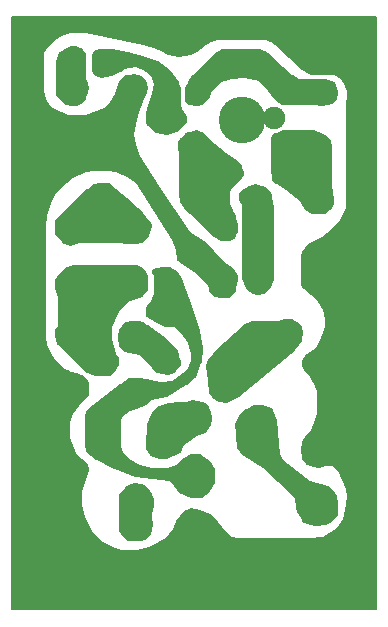
<source format=gbl>
%TF.GenerationSoftware,KiCad,Pcbnew,7.0.1-0*%
%TF.CreationDate,2023-07-16T16:48:42+03:00*%
%TF.ProjectId,HC2000-Modulator,48433230-3030-42d4-9d6f-64756c61746f,rev?*%
%TF.SameCoordinates,Original*%
%TF.FileFunction,Copper,L2,Bot*%
%TF.FilePolarity,Positive*%
%FSLAX46Y46*%
G04 Gerber Fmt 4.6, Leading zero omitted, Abs format (unit mm)*
G04 Created by KiCad (PCBNEW 7.0.1-0) date 2023-07-16 16:48:42*
%MOMM*%
%LPD*%
G01*
G04 APERTURE LIST*
%TA.AperFunction,ComponentPad*%
%ADD10C,2.000000*%
%TD*%
%TA.AperFunction,ComponentPad*%
%ADD11O,2.000000X2.000000*%
%TD*%
%TA.AperFunction,ComponentPad*%
%ADD12C,1.600000*%
%TD*%
%TA.AperFunction,ComponentPad*%
%ADD13O,1.600000X1.600000*%
%TD*%
%TA.AperFunction,ComponentPad*%
%ADD14R,1.500000X1.500000*%
%TD*%
%TA.AperFunction,ComponentPad*%
%ADD15C,1.500000*%
%TD*%
%TA.AperFunction,ComponentPad*%
%ADD16C,1.400000*%
%TD*%
%TA.AperFunction,ComponentPad*%
%ADD17O,1.400000X1.400000*%
%TD*%
%TA.AperFunction,ComponentPad*%
%ADD18C,1.524000*%
%TD*%
%TA.AperFunction,ComponentPad*%
%ADD19C,1.800000*%
%TD*%
%TA.AperFunction,ComponentPad*%
%ADD20C,2.400000*%
%TD*%
%TA.AperFunction,ComponentPad*%
%ADD21O,2.400000X2.400000*%
%TD*%
%TA.AperFunction,ComponentPad*%
%ADD22C,2.340000*%
%TD*%
%TA.AperFunction,ViaPad*%
%ADD23C,1.905000*%
%TD*%
%TA.AperFunction,ViaPad*%
%ADD24C,3.945200*%
%TD*%
%TA.AperFunction,Conductor*%
%ADD25C,0.300000*%
%TD*%
G04 APERTURE END LIST*
D10*
X271678000Y-165551000D03*
D11*
X271678000Y-179521000D03*
D12*
X266471000Y-160730000D03*
D13*
X276631000Y-160730000D03*
D14*
X268884000Y-188924000D03*
D15*
X266344000Y-186384000D03*
X268884000Y-183844000D03*
D16*
X266598000Y-181939000D03*
D17*
X271678000Y-181939000D03*
D16*
X276504000Y-174700000D03*
D17*
X276504000Y-179780000D03*
D16*
X274218000Y-168223000D03*
D17*
X274218000Y-163143000D03*
D18*
X279392956Y-174814900D03*
X283997000Y-172668000D03*
X279298000Y-184225000D03*
X279298000Y-179145000D03*
D16*
X266090000Y-191337000D03*
D17*
X271170000Y-191337000D03*
D18*
X284378000Y-160730000D03*
X279298000Y-160730000D03*
X284632000Y-167588000D03*
X284632000Y-163778000D03*
D19*
X284378000Y-186130000D03*
D14*
X281838000Y-170128000D03*
D15*
X279298000Y-172668000D03*
X276758000Y-170128000D03*
D19*
X276631000Y-186130000D03*
D18*
X274345000Y-176986000D03*
X274345000Y-173176000D03*
D20*
X281838000Y-168096000D03*
D21*
X281838000Y-163016000D03*
D10*
X263677000Y-160603000D03*
D19*
X271805000Y-186130000D03*
D18*
X281838000Y-184138705D03*
X284378000Y-179739295D03*
X268757000Y-175208000D03*
X268757000Y-179018000D03*
D14*
X274091000Y-191345000D03*
D15*
X276631000Y-188805000D03*
X279171000Y-191345000D03*
D18*
X263677000Y-175208000D03*
X263677000Y-179018000D03*
X269103778Y-197755810D03*
X271170000Y-193115000D03*
D19*
X271678000Y-163270000D03*
D18*
X266090000Y-193242000D03*
X263491586Y-196028458D03*
D16*
X279425000Y-176986000D03*
D17*
X284505000Y-176986000D03*
D10*
X269011000Y-200100000D03*
D16*
X263550000Y-184098000D03*
D17*
X263550000Y-189178000D03*
D22*
X263884000Y-163016000D03*
X266384000Y-173016000D03*
X268884000Y-163016000D03*
D18*
X280235825Y-193067468D03*
X283948175Y-193924532D03*
D22*
X274171000Y-200718000D03*
X284171000Y-198218000D03*
X274171000Y-195718000D03*
D23*
X280695000Y-165556000D03*
D24*
X278028000Y-165683000D03*
D25*
X286156000Y-181517295D02*
X286156000Y-184352000D01*
X284505000Y-176986000D02*
X284505000Y-179612295D01*
X286156000Y-184352000D02*
X284378000Y-186130000D01*
X284378000Y-179739295D02*
X286156000Y-181517295D01*
X265963000Y-203275000D02*
X271614000Y-203275000D01*
X263550000Y-189178000D02*
X262026000Y-190702000D01*
X270789000Y-172795000D02*
X271932000Y-173938000D01*
X284378000Y-160730000D02*
X286918000Y-160730000D01*
X286156000Y-191716707D02*
X283948175Y-193924532D01*
X268122000Y-163778000D02*
X268122000Y-169366000D01*
X268122000Y-169366000D02*
X270789000Y-172033000D01*
X268884000Y-163016000D02*
X268122000Y-163778000D01*
X274171000Y-200718000D02*
X276728000Y-203275000D01*
X259867000Y-159460000D02*
X259867000Y-172668000D01*
X287553000Y-200862000D02*
X287553000Y-195147000D01*
X274345000Y-177621000D02*
X274345000Y-176986000D01*
X268122000Y-169366000D02*
X263169000Y-169366000D01*
X271932000Y-174573000D02*
X274345000Y-176986000D01*
X262026000Y-190702000D02*
X262026000Y-194562872D01*
X287553000Y-195147000D02*
X286330532Y-193924532D01*
X261264000Y-158063000D02*
X259867000Y-159460000D01*
X284378000Y-160730000D02*
X281711000Y-158063000D01*
X270789000Y-172033000D02*
X270789000Y-172795000D01*
X288188000Y-162000000D02*
X288188000Y-173303000D01*
X281711000Y-158063000D02*
X261264000Y-158063000D01*
X284505000Y-179612295D02*
X284378000Y-179739295D01*
X276504000Y-179780000D02*
X274345000Y-177621000D01*
X271932000Y-173938000D02*
X271932000Y-174573000D01*
X276728000Y-203275000D02*
X285140000Y-203275000D01*
X284378000Y-186130000D02*
X286156000Y-187908000D01*
X286330532Y-193924532D02*
X283948175Y-193924532D01*
X263491586Y-200803586D02*
X265963000Y-203275000D01*
X259867000Y-172668000D02*
X259867000Y-185495000D01*
X271614000Y-203275000D02*
X274171000Y-200718000D01*
X285140000Y-203275000D02*
X287553000Y-200862000D01*
X286156000Y-187908000D02*
X286156000Y-191716707D01*
X259867000Y-185495000D02*
X263550000Y-189178000D01*
X262026000Y-194562872D02*
X263491586Y-196028458D01*
X263169000Y-169366000D02*
X259867000Y-172668000D01*
X288188000Y-173303000D02*
X284505000Y-176986000D01*
X286918000Y-160730000D02*
X288188000Y-162000000D01*
X263491586Y-196028458D02*
X263491586Y-200803586D01*
X266565000Y-173016000D02*
X266384000Y-173016000D01*
X263677000Y-175208000D02*
X268757000Y-175208000D01*
X268757000Y-175208000D02*
X266565000Y-173016000D01*
X265869000Y-173016000D02*
X266384000Y-173016000D01*
X263677000Y-175208000D02*
X265869000Y-173016000D01*
X265836000Y-186384000D02*
X266344000Y-186384000D01*
X263550000Y-179145000D02*
X263677000Y-179018000D01*
X266344000Y-182193000D02*
X266598000Y-181939000D01*
X263550000Y-184098000D02*
X265836000Y-186384000D01*
X266598000Y-181177000D02*
X266598000Y-181939000D01*
X263550000Y-184098000D02*
X263550000Y-179145000D01*
X266344000Y-186384000D02*
X266344000Y-182193000D01*
X268757000Y-179018000D02*
X263677000Y-179018000D01*
X268757000Y-179018000D02*
X266598000Y-181177000D01*
X266090000Y-191337000D02*
X266090000Y-193242000D01*
X271678000Y-179521000D02*
X271678000Y-181939000D01*
X273964000Y-186511000D02*
X271551000Y-188924000D01*
X274171000Y-195718000D02*
X269836000Y-195718000D01*
X268122000Y-195274000D02*
X266090000Y-193242000D01*
X269392000Y-195274000D02*
X268122000Y-195274000D01*
X273964000Y-184225000D02*
X273964000Y-186511000D01*
X271678000Y-181939000D02*
X273964000Y-184225000D01*
X269836000Y-195718000D02*
X269392000Y-195274000D01*
X271551000Y-188924000D02*
X268884000Y-188924000D01*
X268503000Y-188924000D02*
X266090000Y-191337000D01*
X268884000Y-188924000D02*
X268503000Y-188924000D01*
X271805000Y-186130000D02*
X269519000Y-183844000D01*
X269519000Y-183844000D02*
X268884000Y-183844000D01*
X276631000Y-186130000D02*
X278536000Y-184225000D01*
X278536000Y-184225000D02*
X279298000Y-184225000D01*
X279384295Y-184138705D02*
X279298000Y-184225000D01*
X276631000Y-188805000D02*
X276631000Y-186130000D01*
X281838000Y-184138705D02*
X279384295Y-184138705D01*
X279298000Y-174719944D02*
X279392956Y-174814900D01*
X279298000Y-179145000D02*
X279298000Y-177113000D01*
X279392956Y-176953956D02*
X279425000Y-176986000D01*
X279298000Y-177113000D02*
X279425000Y-176986000D01*
X279298000Y-172668000D02*
X279298000Y-174719944D01*
X279392956Y-174814900D02*
X279392956Y-176953956D01*
X276504000Y-174700000D02*
X276504000Y-170382000D01*
X274853000Y-168223000D02*
X274218000Y-168223000D01*
X276758000Y-170128000D02*
X274853000Y-168223000D01*
X275869000Y-174700000D02*
X274345000Y-173176000D01*
X276504000Y-174700000D02*
X275869000Y-174700000D01*
X274218000Y-168223000D02*
X274218000Y-173049000D01*
X274218000Y-173049000D02*
X274345000Y-173176000D01*
X276504000Y-170382000D02*
X276758000Y-170128000D01*
X281838000Y-168096000D02*
X284124000Y-168096000D01*
X284632000Y-167588000D02*
X284632000Y-172033000D01*
X284632000Y-172033000D02*
X283997000Y-172668000D01*
X284124000Y-168096000D02*
X284632000Y-167588000D01*
X281838000Y-168096000D02*
X281838000Y-170128000D01*
X281838000Y-170509000D02*
X281838000Y-170128000D01*
X283997000Y-172668000D02*
X281838000Y-170509000D01*
X274218000Y-163143000D02*
X276631000Y-160730000D01*
X279298000Y-160730000D02*
X281584000Y-163016000D01*
X281838000Y-163016000D02*
X283870001Y-163016001D01*
X281584000Y-163016000D02*
X281838000Y-163016000D01*
X283870001Y-163016001D02*
X284632000Y-163778000D01*
X276631000Y-160730000D02*
X279298000Y-160730000D01*
X271170000Y-161492000D02*
X271678000Y-162000000D01*
X271678000Y-163270000D02*
X271678000Y-165551000D01*
X266471000Y-160730000D02*
X269773000Y-160730000D01*
X269773000Y-160730000D02*
X270535000Y-161492000D01*
X271678000Y-162000000D02*
X271678000Y-163270000D01*
X270535000Y-161492000D02*
X271170000Y-161492000D01*
X279171000Y-192002643D02*
X280235825Y-193067468D01*
X280235825Y-194282825D02*
X284171000Y-198218000D01*
X279171000Y-191345000D02*
X279171000Y-192002643D01*
X280235825Y-193067468D02*
X280235825Y-194282825D01*
X274091000Y-191345000D02*
X271178000Y-191345000D01*
X271178000Y-191345000D02*
X271170000Y-191337000D01*
X271170000Y-191337000D02*
X271170000Y-193115000D01*
X269103778Y-197755810D02*
X269103778Y-200007222D01*
X269103778Y-200007222D02*
X269011000Y-200100000D01*
X263677000Y-162809000D02*
X263884000Y-163016000D01*
X263677000Y-160603000D02*
X263677000Y-162809000D01*
%TA.AperFunction,Conductor*%
G36*
X289395500Y-156937113D02*
G01*
X289440887Y-156982500D01*
X289457500Y-157044500D01*
X289457500Y-207087500D01*
X289440887Y-207149500D01*
X289395500Y-207194887D01*
X289333500Y-207211500D01*
X258594500Y-207211500D01*
X258532500Y-207194887D01*
X258487113Y-207149500D01*
X258470500Y-207087500D01*
X258470500Y-163016000D01*
X261264000Y-163016000D01*
X261300286Y-163270000D01*
X261391000Y-163905001D01*
X261725269Y-164306123D01*
X262026000Y-164667000D01*
X263296000Y-165302000D01*
X264819999Y-165302000D01*
X264820000Y-165302000D01*
X266344000Y-164667000D01*
X266852000Y-164159000D01*
X267233000Y-163524000D01*
X267608991Y-162521356D01*
X267621913Y-162496129D01*
X267854245Y-162147631D01*
X267888631Y-162113246D01*
X268217761Y-161893825D01*
X268250611Y-161878321D01*
X268286544Y-161873000D01*
X268744722Y-161873000D01*
X268769040Y-161875408D01*
X269367945Y-161995189D01*
X269412410Y-162013607D01*
X269762785Y-162247190D01*
X269781683Y-162262683D01*
X269879300Y-162360300D01*
X269909256Y-162408769D01*
X270020637Y-162742911D01*
X270027000Y-162782123D01*
X270027000Y-163000734D01*
X270023298Y-163030808D01*
X269902257Y-163514971D01*
X269896421Y-163532589D01*
X269264999Y-165048000D01*
X269011000Y-166063999D01*
X269011000Y-166064000D01*
X268884000Y-166953000D01*
X269011000Y-167715000D01*
X269392000Y-168731000D01*
X271038463Y-171275535D01*
X273582999Y-175208000D01*
X274837906Y-175960944D01*
X274864975Y-175982897D01*
X276503999Y-177747999D01*
X277248326Y-178244217D01*
X277278743Y-178272991D01*
X277622200Y-178730933D01*
X277640637Y-178766121D01*
X277647000Y-178805333D01*
X277647000Y-179388737D01*
X277645313Y-179409123D01*
X277524375Y-180134748D01*
X277505236Y-180183145D01*
X277279756Y-180521365D01*
X277245365Y-180555756D01*
X276916239Y-180775174D01*
X276883389Y-180790679D01*
X276847456Y-180796000D01*
X276265266Y-180796000D01*
X276235192Y-180792298D01*
X275775320Y-180677330D01*
X275717713Y-180644713D01*
X275258287Y-180185287D01*
X275225670Y-180127680D01*
X275198064Y-180017255D01*
X275107000Y-179653000D01*
X274218000Y-178764000D01*
X272932812Y-177874254D01*
X272611515Y-177651818D01*
X272576616Y-177615057D01*
X272559343Y-177567402D01*
X272440000Y-176732000D01*
X272059000Y-175843000D01*
X269011000Y-171017000D01*
X268249000Y-170509000D01*
X268248999Y-170508999D01*
X267359999Y-170127999D01*
X266725000Y-170001000D01*
X265455000Y-170001000D01*
X264820001Y-170127999D01*
X263676999Y-170636000D01*
X262787996Y-171398002D01*
X262280001Y-171905998D01*
X261898998Y-172541002D01*
X261518000Y-173810995D01*
X261391000Y-174700002D01*
X261391000Y-184098000D01*
X261517999Y-184732997D01*
X261645001Y-185114002D01*
X261898999Y-185621999D01*
X262280000Y-186130000D01*
X263041999Y-186765000D01*
X263295998Y-186891999D01*
X263550000Y-187019000D01*
X264053397Y-187144849D01*
X264062501Y-187147500D01*
X264419913Y-187266637D01*
X264455095Y-187285071D01*
X264911779Y-187627584D01*
X264940681Y-187658194D01*
X264957677Y-187696709D01*
X265042250Y-188035002D01*
X265070298Y-188147191D01*
X265074000Y-188177266D01*
X265074000Y-188882667D01*
X265067637Y-188921879D01*
X265049200Y-188957067D01*
X264698286Y-189424952D01*
X264686767Y-189438233D01*
X264185002Y-189939997D01*
X263677000Y-190574999D01*
X263676999Y-190575000D01*
X263677000Y-190575000D01*
X263423000Y-191337000D01*
X263423000Y-192607000D01*
X263931000Y-193877000D01*
X264439000Y-194385000D01*
X264472887Y-194410415D01*
X264909099Y-194737574D01*
X264939604Y-194770661D01*
X264956291Y-194812456D01*
X265067541Y-195368709D01*
X265063586Y-195432239D01*
X264595146Y-196837560D01*
X264439000Y-197306000D01*
X264439000Y-198322000D01*
X264693000Y-199338000D01*
X265328000Y-200481000D01*
X266090000Y-201370000D01*
X267106000Y-201878000D01*
X267868000Y-202132000D01*
X267868001Y-202132000D01*
X269137999Y-202132000D01*
X269138000Y-202132000D01*
X270154000Y-201878000D01*
X271551000Y-201116000D01*
X272186000Y-200354000D01*
X272561147Y-199478656D01*
X272575914Y-199453113D01*
X272935255Y-198973992D01*
X272965673Y-198945218D01*
X273315182Y-198712212D01*
X273344753Y-198697749D01*
X273344752Y-198697749D01*
X273680783Y-198585738D01*
X273740378Y-198581063D01*
X274457270Y-198700545D01*
X274485724Y-198708882D01*
X275339052Y-199074593D01*
X275377886Y-199100886D01*
X275988740Y-199711740D01*
X276001962Y-199727347D01*
X276631000Y-200608000D01*
X277139000Y-200989000D01*
X277647000Y-201116000D01*
X277647002Y-201116000D01*
X283615997Y-201116000D01*
X283616000Y-201116000D01*
X284886000Y-200989000D01*
X286029000Y-200227000D01*
X286537000Y-199465000D01*
X286791000Y-198322000D01*
X286918000Y-197560000D01*
X286791000Y-196925000D01*
X286156000Y-195401000D01*
X285648000Y-195020000D01*
X285647999Y-195020000D01*
X285140000Y-195020000D01*
X284532342Y-195141531D01*
X284477950Y-195140237D01*
X283531710Y-194903677D01*
X283493194Y-194886681D01*
X283462584Y-194857779D01*
X283127061Y-194410415D01*
X283103507Y-194353551D01*
X282985139Y-193524974D01*
X282990255Y-193468233D01*
X283232218Y-192742345D01*
X283238933Y-192726132D01*
X283353002Y-192497994D01*
X283376229Y-192465771D01*
X283376228Y-192465771D01*
X283870000Y-191972000D01*
X284124000Y-191337000D01*
X284341715Y-190575000D01*
X284378000Y-190448001D01*
X284378000Y-188669999D01*
X284124001Y-188035002D01*
X283897916Y-187658194D01*
X283743000Y-187400000D01*
X283376229Y-187033229D01*
X283353001Y-187001002D01*
X283121091Y-186537182D01*
X283108000Y-186481728D01*
X283108000Y-186277123D01*
X283114363Y-186237911D01*
X283229749Y-185891752D01*
X283244210Y-185862184D01*
X283475246Y-185515631D01*
X283509631Y-185481246D01*
X284251000Y-184987000D01*
X284632000Y-184352000D01*
X284886000Y-183717000D01*
X285013000Y-183209000D01*
X285013000Y-182574000D01*
X284886000Y-181812000D01*
X284885999Y-181811998D01*
X284378001Y-180923000D01*
X283250882Y-180046352D01*
X283223837Y-180017255D01*
X283001826Y-179684239D01*
X282986321Y-179651389D01*
X282981000Y-179615456D01*
X282981000Y-177390880D01*
X282989869Y-177344828D01*
X283037936Y-177224659D01*
X283230207Y-176743981D01*
X283242157Y-176721264D01*
X283482194Y-176361208D01*
X283497677Y-176342322D01*
X283728773Y-176111226D01*
X283760994Y-176088002D01*
X284759000Y-175589000D01*
X285648000Y-174954000D01*
X286283000Y-174192000D01*
X286473500Y-173811000D01*
X286791000Y-173176001D01*
X286791000Y-164306123D01*
X286797363Y-164266911D01*
X286833333Y-164159000D01*
X286918000Y-163905000D01*
X286918000Y-163270000D01*
X286664000Y-162635000D01*
X286410000Y-162254000D01*
X286409999Y-162253999D01*
X285775000Y-161873000D01*
X283899272Y-161873000D01*
X283843818Y-161859909D01*
X283124375Y-161500187D01*
X283094690Y-161479429D01*
X280821999Y-159332999D01*
X280441001Y-159079000D01*
X280250500Y-159015500D01*
X280060000Y-158952000D01*
X280059999Y-158952000D01*
X275996000Y-158952000D01*
X275361000Y-159079000D01*
X274979998Y-159333000D01*
X274229056Y-159958786D01*
X274205127Y-159974436D01*
X273728996Y-160212501D01*
X273688922Y-160224634D01*
X272710480Y-160346940D01*
X272677564Y-160346652D01*
X271829787Y-160225541D01*
X271783529Y-160209117D01*
X271345292Y-159946175D01*
X271169999Y-159840999D01*
X270534998Y-159586999D01*
X269645998Y-159332999D01*
X264820001Y-158317000D01*
X264820000Y-158317000D01*
X263423000Y-158317000D01*
X263422999Y-158317000D01*
X262788002Y-158570998D01*
X262152998Y-158952001D01*
X261645001Y-159459997D01*
X261406875Y-159777499D01*
X261264000Y-159968000D01*
X261264000Y-163016000D01*
X258470500Y-163016000D01*
X258470500Y-157044500D01*
X258487113Y-156982500D01*
X258532500Y-156937113D01*
X258594500Y-156920500D01*
X289333500Y-156920500D01*
X289395500Y-156937113D01*
G37*
%TD.AperFunction*%
%TA.AperFunction,Conductor*%
G36*
X279674387Y-171269846D02*
G01*
X279683517Y-171272505D01*
X280032231Y-171388743D01*
X280080699Y-171418698D01*
X280305321Y-171643321D01*
X280320806Y-171662209D01*
X280459121Y-171869681D01*
X280552397Y-172009596D01*
X280571977Y-172060843D01*
X280693754Y-172913278D01*
X280695000Y-172930814D01*
X280695000Y-179248121D01*
X280686131Y-179294171D01*
X280544723Y-179647690D01*
X280450452Y-179883369D01*
X280423002Y-179924997D01*
X279959548Y-180388452D01*
X279930377Y-180410099D01*
X279896185Y-180422363D01*
X279334145Y-180534771D01*
X279298490Y-180536660D01*
X279263775Y-180528310D01*
X278998907Y-180422363D01*
X278695285Y-180300914D01*
X278642137Y-180260183D01*
X278390747Y-179924997D01*
X278291838Y-179793117D01*
X278275908Y-179764771D01*
X278087669Y-179294174D01*
X278036868Y-179167172D01*
X278028000Y-179121121D01*
X278028000Y-172922000D01*
X278023639Y-172913278D01*
X277787090Y-172440181D01*
X277774000Y-172384728D01*
X277774000Y-171957362D01*
X277783439Y-171909909D01*
X277810319Y-171869681D01*
X278140771Y-171539229D01*
X278172998Y-171516001D01*
X278650824Y-171277088D01*
X278676200Y-171267699D01*
X279140928Y-171151518D01*
X279201072Y-171151518D01*
X279674387Y-171269846D01*
G37*
%TD.AperFunction*%
%TA.AperFunction,Conductor*%
G36*
X284146172Y-166580869D02*
G01*
X284747014Y-166821205D01*
X284769739Y-166833159D01*
X284911241Y-166927494D01*
X285478264Y-167305509D01*
X285512511Y-167339684D01*
X285531073Y-167384365D01*
X285645592Y-167956960D01*
X285648000Y-167981278D01*
X285648000Y-171144000D01*
X285742681Y-171996133D01*
X285774242Y-172280179D01*
X285775000Y-172293872D01*
X285775000Y-172884456D01*
X285769679Y-172920389D01*
X285754174Y-172953239D01*
X285532782Y-173285327D01*
X285504008Y-173315744D01*
X285046067Y-173659200D01*
X285010879Y-173677637D01*
X284971667Y-173684000D01*
X284026272Y-173684000D01*
X283970818Y-173670909D01*
X283515182Y-173443091D01*
X283471436Y-173406582D01*
X283114708Y-172930944D01*
X283102999Y-172911998D01*
X282981000Y-172668000D01*
X281710997Y-171651998D01*
X280959215Y-171150810D01*
X280940317Y-171135317D01*
X280597227Y-170792227D01*
X280573999Y-170760000D01*
X280562155Y-170722085D01*
X280442246Y-169882721D01*
X280441000Y-169865186D01*
X280441000Y-167476266D01*
X280444702Y-167446192D01*
X280479873Y-167305509D01*
X280554168Y-167008325D01*
X280577740Y-166960813D01*
X280619009Y-166927495D01*
X280817392Y-166828303D01*
X280826763Y-166824094D01*
X280841094Y-166818362D01*
X280876326Y-166809967D01*
X280915504Y-166806540D01*
X281129308Y-166749252D01*
X281329916Y-166655707D01*
X281417437Y-166594423D01*
X281451269Y-166577739D01*
X281488557Y-166572000D01*
X284100120Y-166572000D01*
X284146172Y-166580869D01*
G37*
%TD.AperFunction*%
%TA.AperFunction,Conductor*%
G36*
X274249239Y-166582413D02*
G01*
X274583247Y-166693749D01*
X274612818Y-166708212D01*
X274959366Y-166939244D01*
X274993756Y-166973634D01*
X275233998Y-167333998D01*
X275233999Y-167333999D01*
X275234000Y-167334000D01*
X276631000Y-168477000D01*
X276631010Y-168477008D01*
X277138999Y-168857999D01*
X277139000Y-168858000D01*
X277620818Y-169098909D01*
X277664563Y-169135417D01*
X278015926Y-169603901D01*
X278034363Y-169639089D01*
X278148637Y-169981911D01*
X278155000Y-170021123D01*
X278155000Y-170352728D01*
X278141909Y-170408182D01*
X278036999Y-170618002D01*
X278013771Y-170650229D01*
X277266000Y-171397999D01*
X277012000Y-171779000D01*
X277012000Y-172794999D01*
X277139000Y-173176001D01*
X277383788Y-173543182D01*
X277398251Y-173572753D01*
X277518494Y-173933482D01*
X277521155Y-173942620D01*
X277643298Y-174431192D01*
X277647000Y-174461266D01*
X277647000Y-175178728D01*
X277633909Y-175234182D01*
X277407727Y-175686546D01*
X277365601Y-175734266D01*
X277043239Y-175949174D01*
X277010389Y-175964679D01*
X276974456Y-175970000D01*
X276284345Y-175970000D01*
X276220549Y-175952329D01*
X275628085Y-175596851D01*
X275604206Y-175578206D01*
X273964000Y-173937999D01*
X273218137Y-173316447D01*
X273191193Y-173284988D01*
X272833111Y-172688185D01*
X272817129Y-172644779D01*
X272695687Y-171916122D01*
X272694000Y-171895737D01*
X272694000Y-168477001D01*
X272573363Y-168115089D01*
X272567000Y-168075877D01*
X272567000Y-167625544D01*
X272572321Y-167589611D01*
X272587826Y-167556761D01*
X272736333Y-167334000D01*
X272814194Y-167217208D01*
X272829677Y-167198322D01*
X273181302Y-166846697D01*
X273229766Y-166816744D01*
X273575687Y-166701437D01*
X273590562Y-166697487D01*
X274185709Y-166578458D01*
X274249239Y-166582413D01*
G37*
%TD.AperFunction*%
%TA.AperFunction,Conductor*%
G36*
X271961451Y-178146670D02*
G01*
X272355333Y-178383000D01*
X272540417Y-178494050D01*
X272582949Y-178536582D01*
X272941478Y-179134131D01*
X272952187Y-179156965D01*
X273836678Y-181684080D01*
X273837277Y-181685831D01*
X274469213Y-183581640D01*
X274473576Y-183598670D01*
X274722879Y-184969836D01*
X274724264Y-185004357D01*
X274600743Y-186239562D01*
X274592489Y-186273275D01*
X274102650Y-187497874D01*
X274066902Y-187547081D01*
X273335829Y-188156308D01*
X273321434Y-188166655D01*
X271697861Y-189165777D01*
X271655055Y-189182171D01*
X270280999Y-189432000D01*
X269914229Y-189798771D01*
X269882002Y-189821999D01*
X269152852Y-190186573D01*
X269121717Y-190197256D01*
X268502999Y-190321000D01*
X267867999Y-190829000D01*
X267766399Y-191235400D01*
X267741000Y-191337000D01*
X267741000Y-193369000D01*
X267995000Y-194004000D01*
X268630000Y-194512000D01*
X269392000Y-194893000D01*
X270408000Y-195147000D01*
X270408001Y-195147000D01*
X271677999Y-195147000D01*
X271678000Y-195147000D01*
X272440000Y-194893000D01*
X272933770Y-194399229D01*
X272965998Y-194376001D01*
X273683818Y-194017091D01*
X273739272Y-194004000D01*
X274437655Y-194004000D01*
X274501451Y-194021670D01*
X275093915Y-194377149D01*
X275117789Y-194395789D01*
X275473770Y-194751770D01*
X275473771Y-194751771D01*
X275496999Y-194783998D01*
X275728909Y-195247818D01*
X275742000Y-195303272D01*
X275742000Y-196384071D01*
X275725662Y-196445592D01*
X275246732Y-197283718D01*
X275213470Y-197321397D01*
X274759067Y-197662200D01*
X274723879Y-197680637D01*
X274684667Y-197687000D01*
X273732486Y-197687000D01*
X273688947Y-197679105D01*
X272729393Y-197319272D01*
X272697430Y-197301531D01*
X272672029Y-197275241D01*
X272058999Y-196416999D01*
X271805000Y-196290000D01*
X269023793Y-195910744D01*
X268998841Y-195904657D01*
X267240048Y-195276517D01*
X267226300Y-195270650D01*
X265722654Y-194518827D01*
X265697410Y-194502066D01*
X264852499Y-193777856D01*
X264826195Y-193746371D01*
X264811605Y-193708026D01*
X264695408Y-193127040D01*
X264693000Y-193102722D01*
X264693000Y-190852880D01*
X264701869Y-190806828D01*
X264735093Y-190723765D01*
X264934444Y-190225388D01*
X264973751Y-190173328D01*
X267737584Y-188037639D01*
X267744580Y-188032612D01*
X268471761Y-187547826D01*
X268504611Y-187532321D01*
X268540544Y-187527000D01*
X269254737Y-187527000D01*
X269275122Y-187528687D01*
X270023737Y-187653456D01*
X270030241Y-187654720D01*
X270258195Y-187705376D01*
X271169998Y-187908000D01*
X271169999Y-187907999D01*
X271170000Y-187908000D01*
X272059000Y-187781000D01*
X272694000Y-187400000D01*
X273329000Y-186892000D01*
X273710000Y-186130000D01*
X273710000Y-185495000D01*
X273456000Y-184606000D01*
X272821000Y-183717000D01*
X272820999Y-183716999D01*
X272820997Y-183716996D01*
X272313000Y-183209000D01*
X271576452Y-183209000D01*
X271527606Y-183198974D01*
X270672463Y-182832484D01*
X270652526Y-182821684D01*
X269955217Y-182356811D01*
X269914672Y-182312147D01*
X269900000Y-182253637D01*
X269900000Y-181827266D01*
X269903702Y-181797192D01*
X270018670Y-181337320D01*
X270051287Y-181279713D01*
X270051286Y-181279713D01*
X270281000Y-181050000D01*
X270535000Y-180415000D01*
X270535000Y-178891000D01*
X270421090Y-178663181D01*
X270408000Y-178607728D01*
X270408000Y-178476533D01*
X270419331Y-178424747D01*
X270451254Y-178382426D01*
X270497933Y-178357304D01*
X271280301Y-178133771D01*
X271314367Y-178129000D01*
X271897655Y-178129000D01*
X271961451Y-178146670D01*
G37*
%TD.AperFunction*%
%TA.AperFunction,Conductor*%
G36*
X266990000Y-159716000D02*
G01*
X268372033Y-159967278D01*
X268379909Y-159968977D01*
X269893153Y-160347288D01*
X269906610Y-160351478D01*
X270899359Y-160723759D01*
X270930219Y-160740664D01*
X271917828Y-161481371D01*
X271942628Y-161506171D01*
X272681926Y-162491901D01*
X272700363Y-162527089D01*
X272814637Y-162869911D01*
X272821000Y-162909123D01*
X272821000Y-164412999D01*
X272948000Y-164794000D01*
X273304200Y-165268933D01*
X273322637Y-165304121D01*
X273329000Y-165343333D01*
X273329000Y-165885638D01*
X273319561Y-165933091D01*
X273292681Y-165973319D01*
X272589720Y-166676279D01*
X272536104Y-166707827D01*
X271703425Y-166945735D01*
X271651824Y-166949260D01*
X270823822Y-166830974D01*
X270761975Y-166803479D01*
X270054099Y-166213582D01*
X270015845Y-166157535D01*
X269906363Y-165829089D01*
X269900000Y-165789877D01*
X269900000Y-165193647D01*
X269905483Y-165157180D01*
X270017231Y-164794000D01*
X270408000Y-163524000D01*
X270535000Y-162635000D01*
X270408000Y-162127000D01*
X270027000Y-161746000D01*
X270026999Y-161745999D01*
X269645999Y-161491999D01*
X269011002Y-161238000D01*
X269010997Y-161237999D01*
X267995002Y-161364999D01*
X267994997Y-161365001D01*
X267755228Y-161604771D01*
X267723001Y-161627999D01*
X266996998Y-161991000D01*
X266959080Y-162002845D01*
X266114045Y-162123564D01*
X266066435Y-162121108D01*
X265637329Y-162013832D01*
X265589813Y-161990259D01*
X265556494Y-161948988D01*
X265341091Y-161518182D01*
X265328000Y-161462728D01*
X265328000Y-160364266D01*
X265331702Y-160334192D01*
X265436955Y-159913179D01*
X265469572Y-159855572D01*
X265527178Y-159822955D01*
X265948192Y-159717702D01*
X265978266Y-159714000D01*
X266967818Y-159714000D01*
X266990000Y-159716000D01*
G37*
%TD.AperFunction*%
%TA.AperFunction,Conductor*%
G36*
X282245182Y-182587091D02*
G01*
X282709002Y-182819001D01*
X282741229Y-182842229D01*
X283083713Y-183184713D01*
X283116330Y-183242320D01*
X283228237Y-183689950D01*
X283229531Y-183744342D01*
X283113741Y-184323294D01*
X283090029Y-184375105D01*
X282227323Y-185484298D01*
X282208557Y-185503652D01*
X277784944Y-189168931D01*
X277761285Y-189184357D01*
X276796054Y-189666973D01*
X276757058Y-189678967D01*
X276716281Y-189677656D01*
X276139283Y-189562256D01*
X276108147Y-189551573D01*
X275641182Y-189318091D01*
X275597436Y-189281582D01*
X275524517Y-189184357D01*
X275253756Y-188823342D01*
X275229915Y-188764323D01*
X275107194Y-187782552D01*
X275106851Y-187779511D01*
X274983020Y-186541205D01*
X274991274Y-186482814D01*
X275227175Y-185893062D01*
X275245478Y-185861652D01*
X275531878Y-185503652D01*
X275735669Y-185248913D01*
X275749533Y-185234219D01*
X278265595Y-182969764D01*
X278302492Y-182946803D01*
X278894827Y-182709869D01*
X278940880Y-182701000D01*
X281076000Y-182701000D01*
X281698960Y-182576408D01*
X281723278Y-182574000D01*
X282189728Y-182574000D01*
X282245182Y-182587091D01*
G37*
%TD.AperFunction*%
%TA.AperFunction,Conductor*%
G36*
X266723389Y-171022321D02*
G01*
X266756239Y-171037826D01*
X267098838Y-171266225D01*
X267112431Y-171276716D01*
X267391750Y-171525000D01*
X268249020Y-172287018D01*
X269259147Y-173170880D01*
X269270171Y-173181818D01*
X270264090Y-174299976D01*
X270289048Y-174343145D01*
X270394929Y-174660788D01*
X270401292Y-174700000D01*
X270394929Y-174739212D01*
X270163256Y-175434230D01*
X270133300Y-175482699D01*
X269543287Y-176072713D01*
X269485680Y-176105330D01*
X269025808Y-176220298D01*
X268995734Y-176224000D01*
X268386263Y-176224000D01*
X268365878Y-176222313D01*
X267614000Y-176097000D01*
X264312000Y-176097000D01*
X263950606Y-176217464D01*
X263589212Y-176337929D01*
X263550000Y-176344292D01*
X263510788Y-176337929D01*
X262821464Y-176108154D01*
X262765417Y-176069900D01*
X262181741Y-175369489D01*
X262160406Y-175332319D01*
X262153000Y-175290106D01*
X262153000Y-174360333D01*
X262159363Y-174321121D01*
X262177800Y-174285933D01*
X262527708Y-173819388D01*
X262541615Y-173803785D01*
X264941834Y-171529893D01*
X264952687Y-171520734D01*
X265434971Y-171159021D01*
X265479287Y-171137928D01*
X265948191Y-171020702D01*
X265978266Y-171017000D01*
X266687456Y-171017000D01*
X266723389Y-171022321D01*
G37*
%TD.AperFunction*%
%TA.AperFunction,Conductor*%
G36*
X269284089Y-182707363D02*
G01*
X269630247Y-182822749D01*
X269659817Y-182837211D01*
X270006364Y-183068243D01*
X270026085Y-183081390D01*
X270027884Y-183082612D01*
X271668816Y-184218641D01*
X271685901Y-184232901D01*
X272273803Y-184820803D01*
X272544279Y-185091279D01*
X272575827Y-185144895D01*
X272816229Y-185986302D01*
X272821000Y-186020367D01*
X272821000Y-186469667D01*
X272814637Y-186508879D01*
X272796200Y-186544067D01*
X272460862Y-186991183D01*
X272407714Y-187031914D01*
X271834695Y-187261121D01*
X271773263Y-187269032D01*
X270837554Y-187152069D01*
X270793463Y-187137835D01*
X270757675Y-187108410D01*
X270154001Y-186384001D01*
X270154000Y-186384000D01*
X269265000Y-185622000D01*
X269264998Y-185621999D01*
X268157249Y-185375833D01*
X268096467Y-185342467D01*
X267642099Y-184888099D01*
X267619523Y-184857158D01*
X267607467Y-184820803D01*
X267490736Y-184120417D01*
X267491457Y-184075714D01*
X267609189Y-183487054D01*
X267627607Y-183442589D01*
X267854245Y-183102631D01*
X267888631Y-183068246D01*
X268235182Y-182837211D01*
X268264753Y-182822749D01*
X268610911Y-182707363D01*
X268650123Y-182701000D01*
X269244877Y-182701000D01*
X269284089Y-182707363D01*
G37*
%TD.AperFunction*%
%TA.AperFunction,Conductor*%
G36*
X279825089Y-189819363D02*
G01*
X280515173Y-190049391D01*
X280559923Y-190075779D01*
X280589935Y-190118182D01*
X280941486Y-190938468D01*
X280950897Y-190974976D01*
X281075825Y-192224257D01*
X281076125Y-192227760D01*
X281203000Y-194004000D01*
X281456999Y-194511999D01*
X281457000Y-194512000D01*
X283743000Y-196290000D01*
X284754397Y-196542849D01*
X284763501Y-196545500D01*
X285486265Y-196786421D01*
X285517972Y-196802342D01*
X285543872Y-196826591D01*
X285915062Y-197290577D01*
X286007859Y-197406574D01*
X286033785Y-197466500D01*
X286154754Y-198313278D01*
X286156000Y-198330814D01*
X286156000Y-199042667D01*
X286149637Y-199081879D01*
X286131200Y-199117067D01*
X285789573Y-199572568D01*
X285754171Y-199604497D01*
X285457822Y-199782306D01*
X285161472Y-199960116D01*
X285115212Y-199976541D01*
X284275045Y-200096564D01*
X284227435Y-200094108D01*
X283286334Y-199858833D01*
X283241531Y-199837376D01*
X283208746Y-199800056D01*
X283078753Y-199572568D01*
X282736310Y-198973293D01*
X282722928Y-198938679D01*
X282473000Y-197814000D01*
X282346000Y-197560000D01*
X279806000Y-195147000D01*
X278173367Y-194142302D01*
X278141527Y-194114158D01*
X277669446Y-193524057D01*
X277643032Y-193460289D01*
X277519999Y-192352992D01*
X277499745Y-192211217D01*
X277398477Y-191502339D01*
X277398832Y-191464945D01*
X277410320Y-191429359D01*
X277761821Y-190726356D01*
X277795263Y-190684989D01*
X278402499Y-190199200D01*
X278416144Y-190189713D01*
X279014548Y-189830670D01*
X279078345Y-189813000D01*
X279785877Y-189813000D01*
X279825089Y-189819363D01*
G37*
%TD.AperFunction*%
%TA.AperFunction,Conductor*%
G36*
X263953172Y-159468869D02*
G01*
X264535645Y-159701858D01*
X264586421Y-159739527D01*
X264792828Y-159997535D01*
X264813010Y-160033952D01*
X264820000Y-160074997D01*
X264820000Y-163867456D01*
X264814679Y-163903389D01*
X264799174Y-163936239D01*
X264584265Y-164258601D01*
X264536546Y-164300727D01*
X264084181Y-164526909D01*
X264028728Y-164540000D01*
X263570123Y-164540000D01*
X263530911Y-164533637D01*
X263184753Y-164418251D01*
X263155182Y-164403788D01*
X262615173Y-164043782D01*
X262584756Y-164015008D01*
X262413708Y-163786944D01*
X262401999Y-163767998D01*
X262293091Y-163550182D01*
X262280000Y-163494728D01*
X262280000Y-160750123D01*
X262286363Y-160710911D01*
X262286362Y-160710911D01*
X262517759Y-160016721D01*
X262541718Y-159974693D01*
X262579936Y-159945031D01*
X263042000Y-159714000D01*
X263523817Y-159473091D01*
X263579272Y-159460000D01*
X263907120Y-159460000D01*
X263953172Y-159468869D01*
G37*
%TD.AperFunction*%
%TA.AperFunction,Conductor*%
G36*
X279574172Y-159722869D02*
G01*
X280163368Y-159958547D01*
X280204997Y-159985997D01*
X281456989Y-161237990D01*
X281456996Y-161237996D01*
X281457000Y-161238000D01*
X282473000Y-162127000D01*
X283108000Y-162254000D01*
X285124734Y-162254000D01*
X285154808Y-162257702D01*
X285634796Y-162377699D01*
X285660176Y-162387088D01*
X285856060Y-162485030D01*
X285894281Y-162514693D01*
X285918242Y-162556726D01*
X286146260Y-163240782D01*
X286150936Y-163300379D01*
X286036567Y-163986594D01*
X286021826Y-164027887D01*
X285993637Y-164061468D01*
X285669791Y-164331340D01*
X285620482Y-164356379D01*
X284906937Y-164534765D01*
X284864525Y-164537852D01*
X284084195Y-164459819D01*
X283616000Y-164413000D01*
X283615997Y-164413000D01*
X281491345Y-164413000D01*
X281427549Y-164395329D01*
X280840504Y-164043102D01*
X280808333Y-164015296D01*
X280198545Y-163270000D01*
X279679000Y-162635000D01*
X279425000Y-162381000D01*
X279107498Y-162317499D01*
X278154998Y-162126999D01*
X277139002Y-162253999D01*
X276249999Y-162508000D01*
X276249998Y-162508000D01*
X275488000Y-163269999D01*
X275243452Y-163881369D01*
X275216002Y-163922997D01*
X274751532Y-164387467D01*
X274690750Y-164420833D01*
X274181399Y-164534022D01*
X274127601Y-164534022D01*
X273605611Y-164418024D01*
X273563727Y-164400151D01*
X273257217Y-164195811D01*
X273216672Y-164151147D01*
X273202000Y-164092637D01*
X273202000Y-163045272D01*
X273215091Y-162989818D01*
X273431637Y-162556726D01*
X273579550Y-162260898D01*
X273587277Y-162247583D01*
X273829069Y-161884896D01*
X273847427Y-161863224D01*
X275855817Y-159980358D01*
X275885166Y-159959916D01*
X276350818Y-159727091D01*
X276406272Y-159714000D01*
X279528120Y-159714000D01*
X279574172Y-159722869D01*
G37*
%TD.AperFunction*%
%TA.AperFunction,Conductor*%
G36*
X269514387Y-196542846D02*
G01*
X269523518Y-196545506D01*
X269872231Y-196661743D01*
X269920699Y-196691699D01*
X270139771Y-196910771D01*
X270162999Y-196942998D01*
X270391017Y-197399035D01*
X270429748Y-197476497D01*
X270521909Y-197660818D01*
X270535000Y-197716272D01*
X270535000Y-198565737D01*
X270533313Y-198586122D01*
X270408000Y-199338000D01*
X270529104Y-199943522D01*
X270526741Y-200001905D01*
X270292459Y-200821892D01*
X270275375Y-200858129D01*
X270247630Y-200887027D01*
X269793032Y-201227975D01*
X269748707Y-201249073D01*
X269514257Y-201307685D01*
X269279807Y-201366298D01*
X269249734Y-201370000D01*
X268427362Y-201370000D01*
X268379909Y-201360561D01*
X268339681Y-201333681D01*
X268001233Y-200995233D01*
X267989714Y-200981952D01*
X267638800Y-200514067D01*
X267620363Y-200478879D01*
X267614000Y-200439667D01*
X267614000Y-197476497D01*
X267620990Y-197435452D01*
X267641172Y-197399035D01*
X267817200Y-197179000D01*
X268104989Y-196819263D01*
X268146356Y-196785821D01*
X268622116Y-196547941D01*
X268638358Y-196541214D01*
X268638357Y-196541214D01*
X268976746Y-196428417D01*
X269046028Y-196425757D01*
X269514387Y-196542846D01*
G37*
%TD.AperFunction*%
%TA.AperFunction,Conductor*%
G36*
X274694552Y-189554507D02*
G01*
X274751414Y-189578060D01*
X274900047Y-189689535D01*
X275203012Y-189916759D01*
X275229206Y-189943455D01*
X275246249Y-189976747D01*
X275358559Y-190313678D01*
X275362514Y-190328572D01*
X275483136Y-190931681D01*
X275483136Y-190980317D01*
X275365212Y-191569939D01*
X275349949Y-191609419D01*
X275003600Y-192186666D01*
X274974861Y-192219593D01*
X274936483Y-192240505D01*
X274217999Y-192479999D01*
X273075000Y-193242000D01*
X273074999Y-193242001D01*
X272839717Y-193830207D01*
X272813905Y-193870166D01*
X272774947Y-193897467D01*
X271702046Y-194374313D01*
X271651685Y-194385000D01*
X271063123Y-194385000D01*
X271023911Y-194378637D01*
X270324516Y-194145505D01*
X270286138Y-194124593D01*
X270257399Y-194091665D01*
X269919706Y-193528843D01*
X269905614Y-193494621D01*
X269902249Y-193457764D01*
X270025727Y-191358639D01*
X270035539Y-191317075D01*
X270179864Y-190980317D01*
X270395757Y-190476564D01*
X270432267Y-190428586D01*
X271025733Y-189953812D01*
X271063976Y-189933007D01*
X271794402Y-189689532D01*
X271816058Y-189684420D01*
X272685278Y-189560245D01*
X272702814Y-189559000D01*
X273328999Y-189559000D01*
X273329000Y-189559000D01*
X273813436Y-189437890D01*
X273861045Y-189435435D01*
X274694552Y-189554507D01*
G37*
%TD.AperFunction*%
%TA.AperFunction,Conductor*%
G36*
X269164182Y-178015091D02*
G01*
X269628002Y-178247001D01*
X269660229Y-178270229D01*
X269885771Y-178495771D01*
X269908999Y-178527998D01*
X270013909Y-178737818D01*
X270027000Y-178793272D01*
X270027000Y-180119667D01*
X270020637Y-180158879D01*
X270002200Y-180194067D01*
X269669240Y-180638012D01*
X269642544Y-180664206D01*
X269609252Y-180681249D01*
X268502999Y-181050000D01*
X267995000Y-181431000D01*
X267613998Y-181939001D01*
X266979000Y-183208999D01*
X266979000Y-184225001D01*
X267359999Y-185494999D01*
X267593174Y-185844761D01*
X267608679Y-185877611D01*
X267614000Y-185913544D01*
X267614000Y-186354728D01*
X267600909Y-186410182D01*
X267368999Y-186874002D01*
X267345771Y-186906229D01*
X266888319Y-187363681D01*
X266848091Y-187390561D01*
X266800638Y-187400000D01*
X265605880Y-187400000D01*
X265559828Y-187391131D01*
X264969098Y-187154839D01*
X264929745Y-187129608D01*
X264679631Y-186892000D01*
X262429441Y-184754319D01*
X262397211Y-184703634D01*
X262159363Y-183990088D01*
X262153000Y-183950877D01*
X262153000Y-183514362D01*
X262162439Y-183466909D01*
X262189319Y-183426681D01*
X262189319Y-183426680D01*
X262407000Y-183209000D01*
X262407000Y-180669000D01*
X262159363Y-179926089D01*
X262153000Y-179886877D01*
X262153000Y-179313333D01*
X262159363Y-179274121D01*
X262177800Y-179238933D01*
X262528714Y-178771048D01*
X262540233Y-178757767D01*
X263142452Y-178155548D01*
X263171623Y-178133901D01*
X263205815Y-178121637D01*
X263791960Y-178004408D01*
X263816278Y-178002000D01*
X269108728Y-178002000D01*
X269164182Y-178015091D01*
G37*
%TD.AperFunction*%
M02*

</source>
